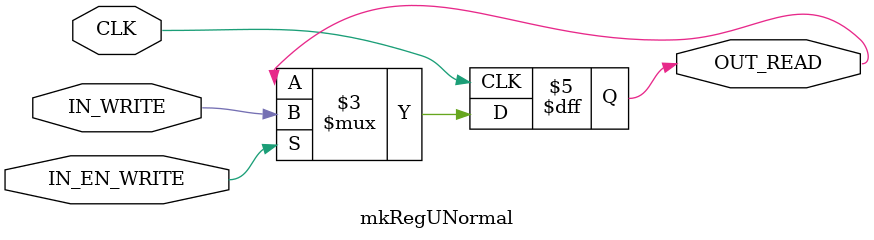
<source format=v>
module mkWire(IN_WRITE, IN_WRITE_VALID, IN_WRITE_CONSUMED, IN_EN_WRITE, IN_EN_WRITE_VALID, IN_EN_WRITE_CONSUMED, OUT_READ, OUT_READ_VALID, OUT_READ_CONSUMED);
  parameter width = 1;
  input [((width == 0)? 0: width-1):0] IN_WRITE;
  input IN_WRITE_VALID;
  output IN_WRITE_CONSUMED;
  output [((width == 0)? 0: width-1):0] OUT_READ;
  output OUT_READ_VALID;
  input OUT_READ_CONSUMED;
  input IN_EN_WRITE;
  input IN_EN_WRITE_VALID;
  output IN_EN_WRITE_CONSUMED;

  assign OUT_READ = IN_WRITE;
  assign OUT_READ_VALID = (width == 0)? 1: IN_WRITE_VALID;
  assign IN_WRITE_CONSUMED = (width == 0)? 1: OUT_READ_CONSUMED;

  assign IN_EN_WRITE_CONSUMED = 1;
endmodule

module mkPulse(IN_EN_WRITE, IN_EN_WRITE_VALID, IN_EN_WRITE_CONSUMED, OUT_READ, OUT_READ_VALID, OUT_READ_CONSUMED);
  output OUT_READ;
  output OUT_READ_VALID;
  input OUT_READ_CONSUMED;
  input IN_EN_WRITE;
  input IN_EN_WRITE_VALID;
  output IN_EN_WRITE_CONSUMED;

  assign OUT_READ = IN_EN_WRITE;
  assign OUT_READ_VALID = IN_EN_WRITE_VALID;
  assign IN_EN_WRITE_CONSUMED = OUT_READ_CONSUMED;
endmodule

module mkReg(CLK, RST_N, IN_WRITE, IN_WRITE_VALID, IN_WRITE_CONSUMED, OUT_READ, OUT_READ_VALID, OUT_READ_CONSUMED, IN_EN_WRITE, IN_EN_WRITE_VALID, IN_EN_WRITE_CONSUMED);
  parameter width = 1;
  parameter init = 0;
  input [((width == 0)? 0: width-1):0] IN_WRITE;
  input IN_WRITE_VALID;
  output IN_WRITE_CONSUMED;
  output [((width == 0)? 0: width-1):0] OUT_READ;
  output OUT_READ_VALID;
  input OUT_READ_CONSUMED;
  input IN_EN_WRITE, CLK, RST_N;
  input IN_EN_WRITE_VALID;
  output IN_EN_WRITE_CONSUMED;

  reg [((width == 0)? 0: width-1):0] data0;
  reg [((width == 0)? 0: width-1):0] data1;
  reg valid0, done;
  wire enqCond, consumedCond, inpValid;

  initial
  begin
    valid0 = 0;
    data1 = init;
    done = 0;
  end

  assign OUT_READ_VALID = 1;
  assign OUT_READ = data1;
  assign inpValid = ((width == 0)? 1: IN_WRITE_VALID) && IN_EN_WRITE_VALID;
  assign consumedCond = inpValid && !valid0;
  assign enqCond = consumedCond && IN_EN_WRITE;
  assign IN_WRITE_CONSUMED = inpValid? !valid0: done;
  assign IN_EN_WRITE_CONSUMED = inpValid? !valid0: done;

  always@(posedge CLK)
  begin
    if(!RST_N)
    begin
      valid0 <= 0;
      data1 <= init;
      done <= 0;
    end
    else
    begin
      if(!done && consumedCond)
        done <= 1;
      if(enqCond && !((width == 0)? 1: OUT_READ_CONSUMED))
      begin
        valid0 <= 1;
        data0 <= IN_WRITE;
      end
      else if(enqCond && ((width == 0)? 1: OUT_READ_CONSUMED))
        data1 <= IN_WRITE;
      else if(!enqCond && ((width == 0)? 1: OUT_READ_CONSUMED) && valid0)
      begin
        valid0 <= 0;
        data1 <= data0;
      end
    end
  end
endmodule

module mkRegU(CLK, RST_N, IN_WRITE, IN_WRITE_VALID, IN_WRITE_CONSUMED, OUT_READ, OUT_READ_VALID, OUT_READ_CONSUMED, IN_EN_WRITE, IN_EN_WRITE_VALID, IN_EN_WRITE_CONSUMED);
  parameter width = 1;
  input [((width == 0)? 0: width-1):0] IN_WRITE;
  input IN_WRITE_VALID;
  output IN_WRITE_CONSUMED;
  output [((width == 0)? 0: width-1):0] OUT_READ;
  output OUT_READ_VALID;
  input OUT_READ_CONSUMED;
  input IN_EN_WRITE, CLK, RST_N;
  input IN_EN_WRITE_VALID;
  output IN_EN_WRITE_CONSUMED;

  reg [((width == 0)? 0: width-1):0] data0;
  reg [((width == 0)? 0: width-1):0] data1;
  reg valid0, done;
  wire enqCond, consumedCond, inpValid;

  initial
  begin
    valid0 = 0;
    done = 0;
    data1 = {((width+1))/2{2'b10}};
  end

  assign OUT_READ_VALID = 1;
  assign OUT_READ = data1;
  assign inpValid = ((width == 0)? 1: IN_WRITE_VALID) && IN_EN_WRITE_VALID;
  assign consumedCond = inpValid && !valid0;
  assign enqCond = consumedCond && IN_EN_WRITE;
  assign IN_WRITE_CONSUMED = inpValid? !valid0: done;
  assign IN_EN_WRITE_CONSUMED = inpValid? !valid0: done;

  always@(posedge CLK)
  begin
    if(!RST_N)
    begin
      valid0 <= 0;
      done <= 0;
    end
    else
    begin
      if(!done && consumedCond)
        done <= 1;
      if(enqCond && !((width == 0)? 1: OUT_READ_CONSUMED))
      begin
        valid0 <= 1;
        data0 <= IN_WRITE;
      end
      else if(enqCond && ((width == 0)? 1: OUT_READ_CONSUMED))
        data1 <= IN_WRITE;
      else if(!enqCond && ((width == 0)? 1: OUT_READ_CONSUMED) && valid0)
      begin
        valid0 <= 0;
        data1 <= data0;
      end
    end
  end
endmodule

module mkWireNormal(IN_WRITE, IN_EN_WRITE, OUT_READ);
  parameter width = 1;
  input [((width == 0)? 0: width-1):0] IN_WRITE;
  output [((width == 0)? 0: width-1):0] OUT_READ;
  input IN_EN_WRITE;

  assign OUT_READ = IN_WRITE;
endmodule

module mkPulseNormal(IN_EN_WRITE, OUT_READ);
  output OUT_READ;
  input IN_EN_WRITE;

  assign OUT_READ = IN_EN_WRITE;
endmodule

module mkRegNormal(CLK, RST_N, IN_WRITE, OUT_READ, IN_EN_WRITE);
  parameter width = 1;
  parameter init = 0;
  input [((width == 0)? 0: width-1):0] IN_WRITE;
  output reg [((width == 0)? 0: width-1):0] OUT_READ;
  input IN_EN_WRITE, CLK, RST_N;

  initial
    OUT_READ = init;

  always @(posedge CLK)
  begin
    if(!RST_N)
      OUT_READ <= init;
    else
      if(IN_EN_WRITE)
        OUT_READ <= IN_WRITE;
  end
endmodule

module mkRegUNormal(CLK, IN_WRITE, OUT_READ, IN_EN_WRITE);
  parameter width = 1;
  input [((width == 0)? 0: width-1):0] IN_WRITE;
  output reg [((width == 0)? 0: width-1):0] OUT_READ;
  input IN_EN_WRITE, CLK;

  initial
    OUT_READ = {((width+1))/2{2'b10}};

  always @(posedge CLK)
    if(IN_EN_WRITE)
      OUT_READ <= IN_WRITE;
endmodule

</source>
